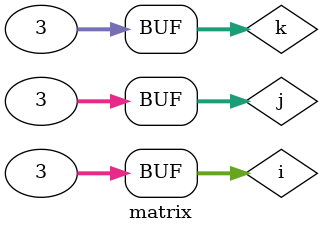
<source format=v>
module matrix;

reg [16:0] a [3:0][3:0];
reg [16:0] b [3:0][3:0];
reg [16:0] resault [3:0][3:0];
reg [16:0] sum [3:0][3:0];
reg [16:0] sub [3:0][3:0];
integer i, j, k;

always@(a or b)
begin

//Multipliction
for(i=0 ; i<3 ; i = i + 1)
	for(j=0 ; j<3 ; j = j + 1)
		begin
			resault[i][j] = 8'd0;
			for(k=0 ; k<3 ; k = k + 1) 
				resault[i][j] = resault[i][j] + (a[i][k]*b[k][j]);
		end

$display("Multipliction:\n%d %d %d\n%d %d %d\n%d %d %d\n", resault[0][0], resault[0][1], resault[0][2], resault[1][0], resault[1][1], resault[1][2], resault[2][0], resault[2][1], resault[2][2]);

//sumation
for(i=0 ; i<3 ; i = i + 1)
	for(j=0 ; j<3 ; j = j + 1)
		sum[i][j] = a[i][j]+b[i][j];

$display("Sumation:\n%d %d %d\n%d %d %d\n%d %d %d\n", sum[0][0], sum[0][1], sum[0][2], sum[1][0], sum[1][1], sum[1][2], sum[2][0], sum[2][1], sum[2][2]);

//Subtract
for(i=0 ; i<3 ; i = i + 1)
	for(j=0 ; j<3 ; j = j + 1)
		sub[i][j] = a[i][j]-b[i][j];

$display("Subtract:\n%d %d %d\n%d %d %d\n%d %d %d\n", sub[0][0], sub[0][1], sub[0][2], sub[1][0], sub[1][1], sub[1][2], sub[2][0], sub[2][1], sub[2][2]);

end

initial 
begin
a[0][0] <= -1;
a[0][1] <= 5;
a[0][2] <= 3;
a[1][0] <= 2;
a[1][1] <= 1;
a[1][2] <= 4;
a[2][0] <= 9;
a[2][1] <= 6;
a[2][2] <= 11;
b[0][0] <= 22;
b[0][1] <= 12;
b[0][2] <= 3;
b[1][0] <= 6;
b[1][1] <= 8;
b[1][2] <= 7;
b[2][0] <= 19;
b[2][1] <= 3;
b[2][2] <= 8;

end

endmodule

</source>
